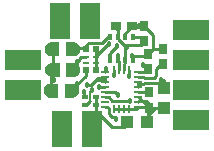
<source format=gtl>
G04 DipTrace 2.4.0.2*
%INST12axis.gtl*%
%MOMM*%
%ADD10C,0.25*%
%ADD13C,0.254*%
%ADD14C,0.23*%
%ADD15C,0.203*%
%ADD17R,1.6X1.7*%
%ADD19R,2.032X1.7*%
%ADD22R,0.5X0.525*%
%ADD23R,0.5X0.25*%
%ADD24R,1.7X1.6*%
%ADD25R,1.7X2.032*%
%ADD27R,0.35X0.5*%
%ADD30O,0.23X0.7*%
%ADD31O,0.7X0.23*%
%ADD32R,0.7X0.9*%
%ADD33R,1.0X1.1*%
%ADD34R,1.1X1.0*%
%ADD36R,0.9X0.7*%
%ADD38R,0.5X0.4*%
%ADD39R,2.0X1.7*%
%ADD41C,0.457*%
%FSLAX53Y53*%
G04*
G71*
G90*
G75*
G01*
%LNTop*%
%LPD*%
X22354Y16047D2*
D13*
X22213D1*
X21748Y15581D1*
Y15065D1*
X21553Y14870D1*
X20771D1*
D14*
Y14908D1*
X20604D1*
X20574Y14939D1*
X20240D1*
Y14963D1*
X21191Y13632D2*
D13*
Y13673D1*
X20240D1*
X20783Y19292D2*
X20288D1*
Y19180D1*
X19705D1*
Y19281D1*
Y19190D2*
X19172Y18658D1*
Y18349D1*
X19822Y16349D2*
Y16625D1*
X19691Y16757D1*
X20288Y19228D2*
Y19292D1*
X22354Y17347D2*
X21530D1*
X21116Y16933D1*
X19691Y16757D2*
X20940D1*
X21116Y16933D1*
X20783Y19292D2*
Y19235D1*
X21526Y18491D1*
Y17343D1*
X16700Y16134D2*
D10*
Y16634D1*
Y16552D1*
D13*
Y17274D1*
X20240Y12813D2*
D14*
Y12878D1*
X20902D1*
X21313Y12466D1*
D13*
X21191Y12344D1*
Y12332D1*
X20240Y13243D2*
D14*
X20280D1*
D13*
X21191Y12332D1*
X17770Y17696D2*
D10*
X17667D1*
X16700Y16729D1*
Y16634D1*
X21017Y11129D2*
D13*
X21147D1*
Y11899D1*
X21053Y11993D1*
Y12332D1*
X21191D1*
X22401D1*
X22421Y12353D1*
X21742D1*
X21167Y11778D1*
X16700Y16134D2*
D10*
Y15882D1*
D13*
Y15499D1*
X18195Y12238D2*
D14*
X18625D1*
X19055D1*
X19485D1*
X19727D1*
D13*
X20095D1*
D14*
X20240Y12383D1*
X20717D1*
D13*
X21140D1*
X21191Y12332D1*
X17440Y12383D2*
D14*
X17666D1*
X17785Y12264D1*
Y11812D1*
D13*
X18046Y11551D1*
X18168D1*
X18349Y11370D1*
X19485Y15538D2*
D14*
X19467Y15060D1*
X17872Y16349D2*
D13*
Y16710D1*
Y16959D1*
X18445Y17531D1*
X15710Y13274D2*
X15677D1*
Y13672D1*
X17887Y16710D2*
X17872D1*
X18625Y15538D2*
D14*
Y15912D1*
D13*
Y16247D1*
X18522Y16349D1*
Y16700D1*
X18511Y16711D1*
X16357Y13830D2*
X16303D1*
X16192Y13720D1*
D15*
Y12917D1*
D13*
X15849Y12574D1*
X15710D1*
X17872Y18349D2*
X17666D1*
X17147Y17830D1*
X16062D1*
X15679Y17447D1*
Y17396D1*
X15800Y17274D1*
X15679Y17396D2*
X14716D1*
Y17291D1*
X18195Y15538D2*
D14*
Y15075D1*
X18171D1*
X15800Y16634D2*
D10*
X15393D1*
X15225Y16466D1*
X15289D1*
D13*
X14870Y16047D1*
Y15662D1*
X14752Y15544D1*
X15090Y16206D2*
Y15882D1*
X14752Y15544D1*
X17440Y15393D2*
D14*
Y15446D1*
D13*
X17536Y15543D1*
Y15588D1*
X17565Y15616D1*
X15100Y14324D2*
Y14252D1*
X14632Y13785D1*
X15800Y15499D2*
Y15025D1*
X15100Y14324D1*
X19822Y18349D2*
X20426D1*
X20783Y17992D1*
X18405Y19281D2*
Y19030D1*
X18522Y18913D1*
Y18349D1*
Y18146D1*
X19119Y17549D1*
Y16402D1*
X19172Y16349D1*
X19119Y17549D2*
Y17661D1*
X19315D1*
X20452D1*
X20783Y17992D1*
X19055Y15538D2*
D14*
Y16013D1*
D13*
X19172Y16131D1*
Y16349D1*
X21116Y15633D2*
D14*
X20876Y15393D1*
X20240D1*
Y14103D2*
Y14336D1*
Y14533D1*
X17440D2*
Y14865D1*
X16854D1*
X16700Y14712D1*
X17279D1*
Y14803D1*
X17440Y14963D1*
X16710Y12574D2*
D13*
X16641D1*
Y13274D1*
X16710D1*
X12882Y13785D2*
Y14732D1*
Y15424D1*
X13002Y15544D1*
Y17255D1*
X12966Y17291D1*
X16350Y11270D2*
X16590D1*
Y12031D1*
X16685Y11936D1*
Y12827D1*
X16710Y12802D1*
Y12574D1*
X19332Y17521D2*
X19315Y17661D1*
X21116Y15633D2*
X20938D1*
X20624Y15947D1*
X20240Y14336D2*
X20700D1*
X20791Y14428D1*
X22046D1*
X22421Y14053D1*
X19317Y11129D2*
Y10976D1*
X19051Y10711D1*
X18041D1*
X17025Y11727D1*
X16807D1*
X16350Y11270D1*
X22421Y14053D2*
Y14715D1*
X22177D1*
X13107Y14732D2*
X12882D1*
X15879Y14298D2*
D14*
X16287D1*
X16700Y14712D1*
X17440Y14103D2*
X16939D1*
D13*
X16905Y14068D1*
X17440Y13243D2*
X17766D1*
X18064Y12946D1*
X19527D1*
X17440Y13673D2*
D14*
X18312D1*
D13*
X18528Y13457D1*
D41*
X15677Y13672D3*
X16357Y13830D3*
X15879Y14298D3*
X19691Y16757D3*
X20288Y19228D3*
X18445Y17531D3*
X19467Y15060D3*
X18171Y15075D3*
X15100Y14324D3*
X15090Y16206D3*
X17565Y15616D3*
X18511Y16711D3*
X16905Y14068D3*
X18528Y13457D3*
X18349Y11370D3*
X19527Y12946D3*
X17770Y17696D3*
X13107Y14732D3*
X19332Y17521D3*
X20624Y15947D3*
X21167Y11778D3*
X22177Y14715D3*
X17887Y16710D3*
D17*
X23970Y13810D3*
Y16350D3*
D19*
X25240Y13810D3*
Y16350D3*
D17*
X11270D3*
Y13810D3*
D19*
X10000Y16350D3*
Y13810D3*
D22*
X15800Y17274D3*
D23*
Y16634D3*
Y16134D3*
D22*
Y15499D3*
X16700D3*
D23*
Y16134D3*
Y16634D3*
D22*
Y17274D3*
D24*
X16197Y18890D3*
X13657D3*
D25*
X16197Y20160D3*
X13657D3*
D24*
X16350Y11270D3*
X13810D3*
D25*
X16350Y10000D3*
X13810D3*
D27*
X19822Y18349D3*
X19172D3*
X18522D3*
X17872D3*
Y16349D3*
X18522D3*
X19172D3*
X19822D3*
D30*
X19485Y15538D3*
X19055D3*
X18625D3*
X18195D3*
D31*
X17440Y15393D3*
Y14963D3*
Y14533D3*
Y14103D3*
Y13673D3*
Y13243D3*
Y12813D3*
Y12383D3*
D30*
X18195Y12238D3*
X18625D3*
X19055D3*
X19485D3*
D31*
X20240Y12383D3*
Y12813D3*
Y13243D3*
Y13673D3*
Y14103D3*
Y14533D3*
Y14963D3*
Y15393D3*
D32*
X21116Y15633D3*
Y16933D3*
X22354Y16047D3*
Y17347D3*
X21191Y13632D3*
Y12332D3*
D33*
X22421Y14053D3*
Y12353D3*
D34*
X19317Y11129D3*
X21017D3*
G36*
X12742Y14385D2*
X13482D1*
Y13185D1*
X12742D1*
X12582Y13245D1*
X12382Y13385D1*
X12282Y13585D1*
Y13985D1*
X12382Y14185D1*
X12582Y14325D1*
X12742Y14385D1*
G37*
G36*
X14772Y13185D2*
X14032D1*
Y14385D1*
X14772D1*
X14932Y14325D1*
X15132Y14185D1*
X15232Y13985D1*
Y13585D1*
X15132Y13385D1*
X14932Y13245D1*
X14772Y13185D1*
G37*
G36*
X12862Y16144D2*
X13602D1*
Y14944D1*
X12862D1*
X12702Y15004D1*
X12502Y15144D1*
X12402Y15344D1*
Y15744D1*
X12502Y15944D1*
X12702Y16084D1*
X12862Y16144D1*
G37*
G36*
X14892Y14944D2*
X14152D1*
Y16144D1*
X14892D1*
X15052Y16084D1*
X15252Y15944D1*
X15352Y15744D1*
Y15344D1*
X15252Y15144D1*
X15052Y15004D1*
X14892Y14944D1*
G37*
G36*
X14856Y16691D2*
X14116D1*
Y17891D1*
X14856D1*
X15016Y17831D1*
X15216Y17691D1*
X15316Y17491D1*
Y17091D1*
X15216Y16891D1*
X15016Y16751D1*
X14856Y16691D1*
G37*
G36*
X12826Y17891D2*
X13566D1*
Y16691D1*
X12826D1*
X12666Y16751D1*
X12466Y16891D1*
X12366Y17091D1*
Y17491D1*
X12466Y17691D1*
X12666Y17831D1*
X12826Y17891D1*
G37*
D36*
X18405Y19281D3*
X19705D3*
D32*
X20783Y17992D3*
Y19292D3*
D38*
X15710Y13274D3*
Y12574D3*
X16710D3*
Y13274D3*
D17*
X23970Y18890D3*
D39*
X25240D3*
D17*
X23970Y11270D3*
D39*
X25240D3*
M02*

</source>
